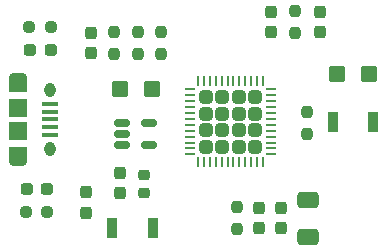
<source format=gtp>
G04 #@! TF.GenerationSoftware,KiCad,Pcbnew,8.0.5*
G04 #@! TF.CreationDate,2024-09-28T14:46:52+05:30*
G04 #@! TF.ProjectId,MKM01V10,4d4b4d30-3156-4313-902e-6b696361645f,1.0*
G04 #@! TF.SameCoordinates,Original*
G04 #@! TF.FileFunction,Paste,Top*
G04 #@! TF.FilePolarity,Positive*
%FSLAX46Y46*%
G04 Gerber Fmt 4.6, Leading zero omitted, Abs format (unit mm)*
G04 Created by KiCad (PCBNEW 8.0.5) date 2024-09-28 14:46:52*
%MOMM*%
%LPD*%
G01*
G04 APERTURE LIST*
G04 Aperture macros list*
%AMRoundRect*
0 Rectangle with rounded corners*
0 $1 Rounding radius*
0 $2 $3 $4 $5 $6 $7 $8 $9 X,Y pos of 4 corners*
0 Add a 4 corners polygon primitive as box body*
4,1,4,$2,$3,$4,$5,$6,$7,$8,$9,$2,$3,0*
0 Add four circle primitives for the rounded corners*
1,1,$1+$1,$2,$3*
1,1,$1+$1,$4,$5*
1,1,$1+$1,$6,$7*
1,1,$1+$1,$8,$9*
0 Add four rect primitives between the rounded corners*
20,1,$1+$1,$2,$3,$4,$5,0*
20,1,$1+$1,$4,$5,$6,$7,0*
20,1,$1+$1,$6,$7,$8,$9,0*
20,1,$1+$1,$8,$9,$2,$3,0*%
G04 Aperture macros list end*
%ADD10RoundRect,0.237500X0.237500X-0.300000X0.237500X0.300000X-0.237500X0.300000X-0.237500X-0.300000X0*%
%ADD11RoundRect,0.237500X-0.237500X0.250000X-0.237500X-0.250000X0.237500X-0.250000X0.237500X0.250000X0*%
%ADD12RoundRect,0.250000X-0.315000X-0.315000X0.315000X-0.315000X0.315000X0.315000X-0.315000X0.315000X0*%
%ADD13RoundRect,0.062500X-0.375000X-0.062500X0.375000X-0.062500X0.375000X0.062500X-0.375000X0.062500X0*%
%ADD14RoundRect,0.062500X-0.062500X-0.375000X0.062500X-0.375000X0.062500X0.375000X-0.062500X0.375000X0*%
%ADD15RoundRect,0.237500X-0.237500X0.300000X-0.237500X-0.300000X0.237500X-0.300000X0.237500X0.300000X0*%
%ADD16RoundRect,0.250000X-0.650000X0.412500X-0.650000X-0.412500X0.650000X-0.412500X0.650000X0.412500X0*%
%ADD17RoundRect,0.237500X-0.287500X-0.237500X0.287500X-0.237500X0.287500X0.237500X-0.287500X0.237500X0*%
%ADD18RoundRect,0.237500X0.237500X-0.250000X0.237500X0.250000X-0.237500X0.250000X-0.237500X-0.250000X0*%
%ADD19RoundRect,0.218750X0.256250X-0.218750X0.256250X0.218750X-0.256250X0.218750X-0.256250X-0.218750X0*%
%ADD20RoundRect,0.237500X-0.250000X-0.237500X0.250000X-0.237500X0.250000X0.237500X-0.250000X0.237500X0*%
%ADD21R,0.900000X1.700000*%
%ADD22O,1.550000X0.890000*%
%ADD23O,0.950000X1.250000*%
%ADD24R,1.350000X0.400000*%
%ADD25R,1.550000X1.200000*%
%ADD26R,1.550000X1.500000*%
%ADD27RoundRect,0.250000X-0.450000X-0.425000X0.450000X-0.425000X0.450000X0.425000X-0.450000X0.425000X0*%
%ADD28RoundRect,0.250000X0.450000X0.425000X-0.450000X0.425000X-0.450000X-0.425000X0.450000X-0.425000X0*%
%ADD29RoundRect,0.150000X-0.512500X-0.150000X0.512500X-0.150000X0.512500X0.150000X-0.512500X0.150000X0*%
G04 APERTURE END LIST*
D10*
X51689000Y-40844000D03*
X51689000Y-39119000D03*
D11*
X57632600Y-39069000D03*
X57632600Y-40894000D03*
D12*
X61416900Y-44565200D03*
X61416900Y-45965200D03*
X61416900Y-47365200D03*
X61416900Y-48765200D03*
X62816900Y-44565200D03*
X62816900Y-45965200D03*
X62816900Y-47365200D03*
X62816900Y-48765200D03*
X64216900Y-44565200D03*
X64216900Y-45965200D03*
X64216900Y-47365200D03*
X64216900Y-48765200D03*
X65616900Y-44565200D03*
X65616900Y-45965200D03*
X65616900Y-47365200D03*
X65616900Y-48765200D03*
D13*
X60079400Y-43915200D03*
X60079400Y-44415200D03*
X60079400Y-44915200D03*
X60079400Y-45415200D03*
X60079400Y-45915200D03*
X60079400Y-46415200D03*
X60079400Y-46915200D03*
X60079400Y-47415200D03*
X60079400Y-47915200D03*
X60079400Y-48415200D03*
X60079400Y-48915200D03*
X60079400Y-49415200D03*
D14*
X60766900Y-50102700D03*
X61266900Y-50102700D03*
X61766900Y-50102700D03*
X62266900Y-50102700D03*
X62766900Y-50102700D03*
X63266900Y-50102700D03*
X63766900Y-50102700D03*
X64266900Y-50102700D03*
X64766900Y-50102700D03*
X65266900Y-50102700D03*
X65766900Y-50102700D03*
X66266900Y-50102700D03*
D13*
X66954400Y-49415200D03*
X66954400Y-48915200D03*
X66954400Y-48415200D03*
X66954400Y-47915200D03*
X66954400Y-47415200D03*
X66954400Y-46915200D03*
X66954400Y-46415200D03*
X66954400Y-45915200D03*
X66954400Y-45415200D03*
X66954400Y-44915200D03*
X66954400Y-44415200D03*
X66954400Y-43915200D03*
D14*
X66266900Y-43227700D03*
X65766900Y-43227700D03*
X65266900Y-43227700D03*
X64766900Y-43227700D03*
X64266900Y-43227700D03*
X63766900Y-43227700D03*
X63266900Y-43227700D03*
X62766900Y-43227700D03*
X62266900Y-43227700D03*
X61766900Y-43227700D03*
X61266900Y-43227700D03*
X60766900Y-43227700D03*
D11*
X69017400Y-37314500D03*
X69017400Y-39139500D03*
D15*
X54152800Y-50954700D03*
X54152800Y-52679700D03*
D16*
X70104000Y-53301500D03*
X70104000Y-56426500D03*
D15*
X67825900Y-53950700D03*
X67825900Y-55675700D03*
D17*
X46267400Y-52374800D03*
X48017400Y-52374800D03*
D18*
X70002400Y-47663300D03*
X70002400Y-45838300D03*
D11*
X64109600Y-53900700D03*
X64109600Y-55725700D03*
D19*
X56184800Y-52705200D03*
X56184800Y-51130200D03*
D20*
X46463300Y-38608000D03*
X48288300Y-38608000D03*
D21*
X72163200Y-46700000D03*
X75563200Y-46700000D03*
D15*
X65967700Y-53950700D03*
X65967700Y-55675700D03*
D22*
X45560000Y-42952000D03*
D23*
X48260000Y-43952000D03*
X48260000Y-48952000D03*
D22*
X45560000Y-49952000D03*
D24*
X48260000Y-45152000D03*
X48260000Y-45802000D03*
X48260000Y-46452000D03*
X48260000Y-47102000D03*
X48260000Y-47752000D03*
D25*
X45560000Y-43552000D03*
D26*
X45560000Y-45452000D03*
X45560000Y-47452000D03*
D25*
X45560000Y-49352000D03*
D18*
X55651400Y-40894000D03*
X55651400Y-39069000D03*
D27*
X72564000Y-42570400D03*
X75264000Y-42570400D03*
D28*
X56845200Y-43916600D03*
X54145200Y-43916600D03*
D29*
X54334000Y-46741000D03*
X54334000Y-47691000D03*
X54334000Y-48641000D03*
X56609000Y-48641000D03*
X56609000Y-46741000D03*
D10*
X66929000Y-39089500D03*
X66929000Y-37364500D03*
X51257200Y-54354900D03*
X51257200Y-52629900D03*
D18*
X53670200Y-40894000D03*
X53670200Y-39069000D03*
D21*
X53519600Y-55626000D03*
X56919600Y-55626000D03*
D17*
X46560800Y-40538400D03*
X48310800Y-40538400D03*
D10*
X71105900Y-39089500D03*
X71105900Y-37364500D03*
D20*
X46169900Y-54305200D03*
X47994900Y-54305200D03*
M02*

</source>
